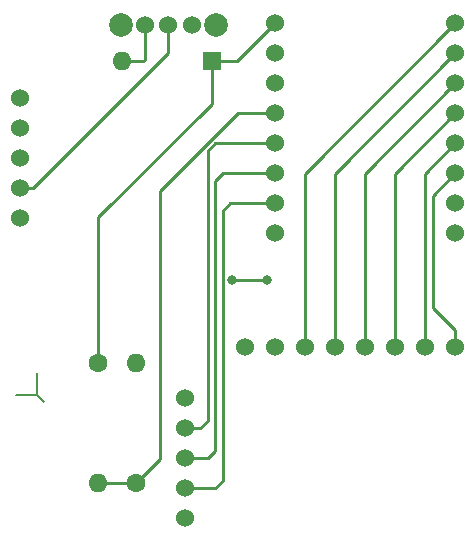
<source format=gbr>
%TF.GenerationSoftware,KiCad,Pcbnew,6.0.2+dfsg-1*%
%TF.CreationDate,2022-08-14T14:56:28+10:00*%
%TF.ProjectId,pcb,7063622e-6b69-4636-9164-5f7063625858,rev?*%
%TF.SameCoordinates,Original*%
%TF.FileFunction,Copper,L1,Top*%
%TF.FilePolarity,Positive*%
%FSLAX46Y46*%
G04 Gerber Fmt 4.6, Leading zero omitted, Abs format (unit mm)*
G04 Created by KiCad (PCBNEW 6.0.2+dfsg-1) date 2022-08-14 14:56:28*
%MOMM*%
%LPD*%
G01*
G04 APERTURE LIST*
%TA.AperFunction,NonConductor*%
%ADD10C,0.200000*%
%TD*%
%TA.AperFunction,ComponentPad*%
%ADD11C,1.524000*%
%TD*%
%TA.AperFunction,WasherPad*%
%ADD12C,2.000000*%
%TD*%
%TA.AperFunction,ComponentPad*%
%ADD13C,1.600000*%
%TD*%
%TA.AperFunction,ComponentPad*%
%ADD14O,1.600000X1.600000*%
%TD*%
%TA.AperFunction,ComponentPad*%
%ADD15R,1.600000X1.600000*%
%TD*%
%TA.AperFunction,ViaPad*%
%ADD16C,0.800000*%
%TD*%
%TA.AperFunction,Conductor*%
%ADD17C,0.250000*%
%TD*%
G04 APERTURE END LIST*
D10*
X103600000Y-103800000D02*
X103000000Y-103200000D01*
X103000000Y-103200000D02*
X103000000Y-101400000D01*
X101200000Y-103200000D02*
X103000000Y-103200000D01*
D11*
%TO.P,SW1,3,C*%
%TO.N,Net-(SW1-Pad3)*%
X112125000Y-71875000D03*
%TO.P,SW1,2,B*%
%TO.N,Net-(U1-Pad4)*%
X114125000Y-71875000D03*
%TO.P,SW1,1,A*%
%TO.N,unconnected-(SW1-Pad1)*%
X116125000Y-71875000D03*
D12*
%TO.P,SW1,*%
%TO.N,*%
X118125000Y-71875000D03*
X110125000Y-71875000D03*
%TD*%
D11*
%TO.P,U5,1,VCC*%
%TO.N,/VCC*%
X120590000Y-99155000D03*
%TO.P,U5,2,GND*%
%TO.N,/GND*%
X123130000Y-99155000D03*
%TO.P,U5,3,DC*%
%TO.N,Net-(U5-Pad3)*%
X125670000Y-99155000D03*
%TO.P,U5,4,CS*%
%TO.N,Net-(U5-Pad4)*%
X128210000Y-99155000D03*
%TO.P,U5,5,CLK*%
%TO.N,Net-(U5-Pad5)*%
X130750000Y-99155000D03*
%TO.P,U5,6,DIN*%
%TO.N,Net-(U5-Pad6)*%
X133290000Y-99155000D03*
%TO.P,U5,7,RST*%
%TO.N,Net-(U5-Pad7)*%
X135830000Y-99155000D03*
%TO.P,U5,8,BUSY*%
%TO.N,Net-(U5-Pad8)*%
X138370000Y-99155000D03*
%TD*%
%TO.P,U3,1,VBUS*%
%TO.N,Net-(R1-Pad1)*%
X123190000Y-71755000D03*
%TO.P,U3,2,GND*%
%TO.N,/GND*%
X123190000Y-74295000D03*
%TO.P,U3,3,3V3*%
%TO.N,/VCC*%
X123190000Y-76835000D03*
%TO.P,U3,4,GP29*%
%TO.N,Net-(R1-Pad2)*%
X123190000Y-79375000D03*
%TO.P,U3,5,GP28*%
%TO.N,Net-(U2-Pad2)*%
X123190000Y-81915000D03*
%TO.P,U3,6,GP27*%
%TO.N,Net-(U2-Pad3)*%
X123190000Y-84455000D03*
%TO.P,U3,7,GP26*%
%TO.N,Net-(U2-Pad4)*%
X123190000Y-86995000D03*
%TO.P,U3,8,GND*%
%TO.N,/GND*%
X123190000Y-89535000D03*
%TO.P,U3,9,GP7*%
%TO.N,Net-(U3-Pad9)*%
X138430000Y-89535000D03*
%TO.P,U3,10,GP6*%
%TO.N,unconnected-(U3-Pad10)*%
X138430000Y-86995000D03*
%TO.P,U3,11,GP5*%
%TO.N,Net-(U5-Pad8)*%
X138430000Y-84455000D03*
%TO.P,U3,12,GP4*%
%TO.N,Net-(U5-Pad7)*%
X138430000Y-81915000D03*
%TO.P,U3,13,GP3*%
%TO.N,Net-(U5-Pad6)*%
X138430000Y-79375000D03*
%TO.P,U3,14,GP2*%
%TO.N,Net-(U5-Pad5)*%
X138430000Y-76835000D03*
%TO.P,U3,15,GP1*%
%TO.N,Net-(U5-Pad4)*%
X138430000Y-74295000D03*
%TO.P,U3,16,GP0*%
%TO.N,Net-(U5-Pad3)*%
X138430000Y-71755000D03*
%TD*%
D13*
%TO.P,R1,1*%
%TO.N,Net-(R1-Pad1)*%
X108200000Y-100520000D03*
D14*
%TO.P,R1,2*%
%TO.N,Net-(R1-Pad2)*%
X108200000Y-110680000D03*
%TD*%
D15*
%TO.P,D1,1,K*%
%TO.N,Net-(R1-Pad1)*%
X117810000Y-75000000D03*
D14*
%TO.P,D1,2,A*%
%TO.N,Net-(SW1-Pad3)*%
X110190000Y-75000000D03*
%TD*%
D11*
%TO.P,U1,1,GND*%
%TO.N,unconnected-(U1-Pad1)*%
X101600000Y-78105000D03*
%TO.P,U1,2,5V*%
%TO.N,Net-(U3-Pad9)*%
X101600000Y-80645000D03*
%TO.P,U1,3,CH*%
%TO.N,unconnected-(U1-Pad3)*%
X101600000Y-83185000D03*
%TO.P,U1,4,VBAT*%
%TO.N,Net-(U1-Pad4)*%
X101600000Y-85725000D03*
%TO.P,U1,5,GND*%
%TO.N,/GND*%
X101600000Y-88265000D03*
%TD*%
D14*
%TO.P,R2,2*%
%TO.N,/GND*%
X111400000Y-100520000D03*
D13*
%TO.P,R2,1*%
%TO.N,Net-(R1-Pad2)*%
X111400000Y-110680000D03*
%TD*%
D11*
%TO.P,U2,1,VCC*%
%TO.N,/VCC*%
X115570000Y-103505000D03*
%TO.P,U2,2,X*%
%TO.N,Net-(U2-Pad2)*%
X115570000Y-106045000D03*
%TO.P,U2,3,Y*%
%TO.N,Net-(U2-Pad3)*%
X115570000Y-108585000D03*
%TO.P,U2,4,Z*%
%TO.N,Net-(U2-Pad4)*%
X115570000Y-111125000D03*
%TO.P,U2,5,GND*%
%TO.N,/GND*%
X115570000Y-113665000D03*
%TD*%
D16*
%TO.N,Net-(U3-Pad9)*%
X119500000Y-93500000D03*
X122500000Y-93500000D03*
%TD*%
D17*
%TO.N,Net-(R1-Pad2)*%
X108200000Y-110680000D02*
X111400000Y-110680000D01*
%TO.N,Net-(R1-Pad1)*%
X108200000Y-100520000D02*
X108200000Y-88200000D01*
X108200000Y-88200000D02*
X117810000Y-78590000D01*
X117810000Y-78590000D02*
X117810000Y-75000000D01*
%TO.N,Net-(R1-Pad2)*%
X111400000Y-110680000D02*
X113400000Y-108680000D01*
X113400000Y-85989282D02*
X120014282Y-79375000D01*
X113400000Y-108680000D02*
X113400000Y-85989282D01*
X120014282Y-79375000D02*
X123190000Y-79375000D01*
%TO.N,Net-(U3-Pad9)*%
X119500000Y-93500000D02*
X122500000Y-93500000D01*
%TO.N,Net-(U1-Pad4)*%
X101600000Y-85725000D02*
X102677630Y-85725000D01*
X102677630Y-85725000D02*
X114125000Y-74277630D01*
X114125000Y-74277630D02*
X114125000Y-71875000D01*
%TO.N,Net-(SW1-Pad3)*%
X110190000Y-75000000D02*
X112000000Y-75000000D01*
X112000000Y-75000000D02*
X112125000Y-74875000D01*
X112125000Y-74875000D02*
X112125000Y-71875000D01*
%TO.N,Net-(R1-Pad1)*%
X117810000Y-75000000D02*
X119945000Y-75000000D01*
X119945000Y-75000000D02*
X123190000Y-71755000D01*
%TO.N,Net-(U2-Pad2)*%
X116840000Y-106045000D02*
X117475000Y-105410000D01*
X117475000Y-82550000D02*
X118110000Y-81915000D01*
X115570000Y-106045000D02*
X116840000Y-106045000D01*
X117475000Y-105410000D02*
X117475000Y-82550000D01*
X118110000Y-81915000D02*
X123190000Y-81915000D01*
%TO.N,Net-(U2-Pad3)*%
X115570000Y-108585000D02*
X117475000Y-108585000D01*
X118110000Y-85090000D02*
X118745000Y-84455000D01*
X118745000Y-84455000D02*
X123190000Y-84455000D01*
X117475000Y-108585000D02*
X118110000Y-107950000D01*
X118110000Y-107950000D02*
X118110000Y-85090000D01*
%TO.N,Net-(U2-Pad4)*%
X118745000Y-87630000D02*
X119380000Y-86995000D01*
X118745000Y-110490000D02*
X118745000Y-87630000D01*
X118110000Y-111125000D02*
X118745000Y-110490000D01*
X119380000Y-86995000D02*
X123190000Y-86995000D01*
X115570000Y-111125000D02*
X118110000Y-111125000D01*
%TO.N,/VCC*%
X120495000Y-99060000D02*
X120590000Y-99155000D01*
%TO.N,Net-(U5-Pad8)*%
X136525000Y-86360000D02*
X138430000Y-84455000D01*
X138370000Y-99155000D02*
X138370000Y-97730000D01*
X136525000Y-95885000D02*
X136525000Y-86360000D01*
X138370000Y-99155000D02*
X138370000Y-99120000D01*
X138370000Y-97730000D02*
X136525000Y-95885000D01*
X138370000Y-99120000D02*
X138430000Y-99060000D01*
%TO.N,Net-(U5-Pad7)*%
X135830000Y-99155000D02*
X135830000Y-84515000D01*
X135830000Y-84515000D02*
X138430000Y-81915000D01*
%TO.N,Net-(U5-Pad6)*%
X133290000Y-99155000D02*
X133290000Y-84515000D01*
X133290000Y-84515000D02*
X138430000Y-79375000D01*
%TO.N,Net-(U5-Pad5)*%
X130750000Y-99155000D02*
X130750000Y-84515000D01*
X130750000Y-84515000D02*
X138430000Y-76835000D01*
%TO.N,Net-(U5-Pad4)*%
X128210000Y-84515000D02*
X138430000Y-74295000D01*
X128210000Y-99155000D02*
X128210000Y-84515000D01*
%TO.N,Net-(U5-Pad3)*%
X125670000Y-84515000D02*
X138430000Y-71755000D01*
X125670000Y-99155000D02*
X125670000Y-84515000D01*
%TD*%
M02*

</source>
